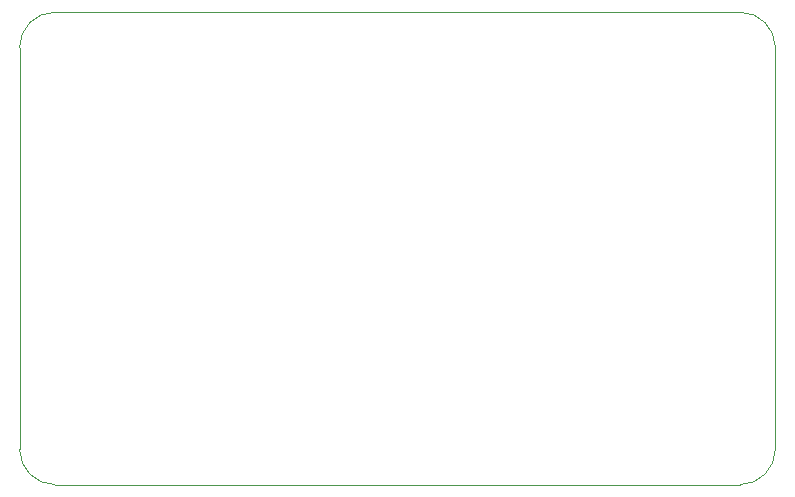
<source format=gbr>
%TF.GenerationSoftware,KiCad,Pcbnew,7.0.1-3b83917a11~172~ubuntu22.10.1*%
%TF.CreationDate,2023-09-25T18:41:40+02:00*%
%TF.ProjectId,led_boost_MIC3230,6c65645f-626f-46f7-9374-5f4d49433332,rev?*%
%TF.SameCoordinates,Original*%
%TF.FileFunction,Profile,NP*%
%FSLAX46Y46*%
G04 Gerber Fmt 4.6, Leading zero omitted, Abs format (unit mm)*
G04 Created by KiCad (PCBNEW 7.0.1-3b83917a11~172~ubuntu22.10.1) date 2023-09-25 18:41:40*
%MOMM*%
%LPD*%
G01*
G04 APERTURE LIST*
%TA.AperFunction,Profile*%
%ADD10C,0.100000*%
%TD*%
G04 APERTURE END LIST*
D10*
X47000000Y-90000000D02*
G75*
G03*
X50000000Y-93000000I3000000J0D01*
G01*
X108000000Y-93000000D02*
G75*
G03*
X111000000Y-90000000I0J3000000D01*
G01*
X111000000Y-56000000D02*
G75*
G03*
X108000000Y-53000000I-3000000J0D01*
G01*
X50000000Y-53000000D02*
G75*
G03*
X47000000Y-56000000I0J-3000000D01*
G01*
X108000000Y-53000000D02*
X50000000Y-53000000D01*
X47000000Y-90000000D02*
X47000000Y-56000000D01*
X108000000Y-93000000D02*
X50000000Y-93000000D01*
X111000000Y-90000000D02*
X111000000Y-56000000D01*
M02*

</source>
